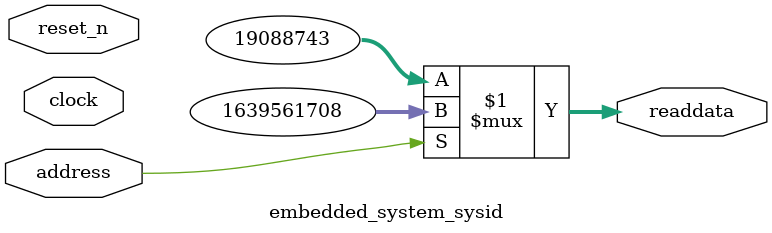
<source format=v>



// synthesis translate_off
`timescale 1ns / 1ps
// synthesis translate_on

// turn off superfluous verilog processor warnings 
// altera message_level Level1 
// altera message_off 10034 10035 10036 10037 10230 10240 10030 

module embedded_system_sysid (
               // inputs:
                address,
                clock,
                reset_n,

               // outputs:
                readdata
             )
;

  output  [ 31: 0] readdata;
  input            address;
  input            clock;
  input            reset_n;

  wire    [ 31: 0] readdata;
  //control_slave, which is an e_avalon_slave
  assign readdata = address ? 1639561708 : 19088743;

endmodule



</source>
